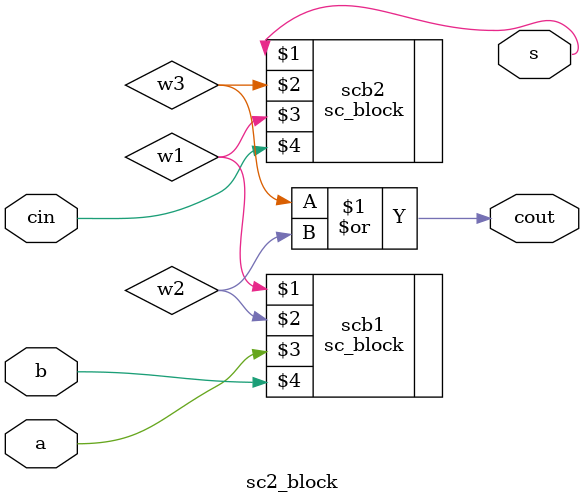
<source format=v>

module sc2_block(s, cout, a, b, cin);
    output s, cout;
    input a, b, cin;
    wire w1, w2, w3;

    sc_block scb1(w1, w2, a, b);
    sc_block scb2(s, w3, w1, cin);
    or o1(cout, w3, w2);

endmodule // sc2_block

</source>
